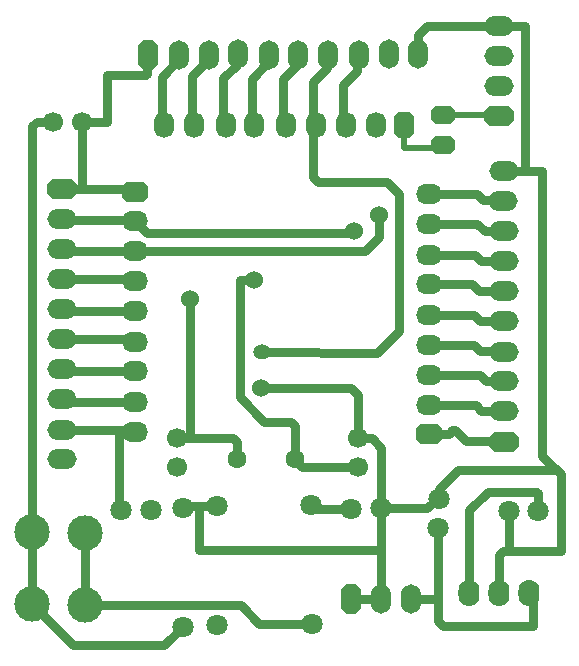
<source format=gbl>
G04 Layer_Physical_Order=2*
G04 Layer_Color=16711680*
%FSLAX25Y25*%
%MOIN*%
G70*
G01*
G75*
%ADD11C,0.02000*%
G04:AMPARAMS|DCode=14|XSize=80mil|YSize=60mil|CornerRadius=0mil|HoleSize=0mil|Usage=FLASHONLY|Rotation=0.000|XOffset=0mil|YOffset=0mil|HoleType=Round|Shape=Octagon|*
%AMOCTAGOND14*
4,1,8,0.04000,-0.01500,0.04000,0.01500,0.02500,0.03000,-0.02500,0.03000,-0.04000,0.01500,-0.04000,-0.01500,-0.02500,-0.03000,0.02500,-0.03000,0.04000,-0.01500,0.0*
%
%ADD14OCTAGOND14*%

%ADD15C,0.06000*%
%ADD16O,0.09843X0.06693*%
G04:AMPARAMS|DCode=17|XSize=66.93mil|YSize=98.43mil|CornerRadius=0mil|HoleSize=0mil|Usage=FLASHONLY|Rotation=90.000|XOffset=0mil|YOffset=0mil|HoleType=Round|Shape=Octagon|*
%AMOCTAGOND17*
4,1,8,-0.04921,-0.01673,-0.04921,0.01673,-0.03248,0.03347,0.03248,0.03347,0.04921,0.01673,0.04921,-0.01673,0.03248,-0.03347,-0.03248,-0.03347,-0.04921,-0.01673,0.0*
%
%ADD17OCTAGOND17*%

%ADD18O,0.06693X0.09843*%
G04:AMPARAMS|DCode=19|XSize=66.93mil|YSize=98.43mil|CornerRadius=0mil|HoleSize=0mil|Usage=FLASHONLY|Rotation=0.000|XOffset=0mil|YOffset=0mil|HoleType=Round|Shape=Octagon|*
%AMOCTAGOND19*
4,1,8,-0.01673,0.04921,0.01673,0.04921,0.03347,0.03248,0.03347,-0.03248,0.01673,-0.04921,-0.01673,-0.04921,-0.03347,-0.03248,-0.03347,0.03248,-0.01673,0.04921,0.0*
%
%ADD19OCTAGOND19*%

%ADD20C,0.11811*%
G04:AMPARAMS|DCode=21|XSize=66.93mil|YSize=86.61mil|CornerRadius=0mil|HoleSize=0mil|Usage=FLASHONLY|Rotation=90.000|XOffset=0mil|YOffset=0mil|HoleType=Round|Shape=Octagon|*
%AMOCTAGOND21*
4,1,8,-0.04331,-0.01673,-0.04331,0.01673,-0.02658,0.03347,0.02658,0.03347,0.04331,0.01673,0.04331,-0.01673,0.02658,-0.03347,-0.02658,-0.03347,-0.04331,-0.01673,0.0*
%
%ADD21OCTAGOND21*%

%ADD22O,0.08661X0.06693*%
%ADD23O,0.06693X0.08661*%
G04:AMPARAMS|DCode=24|XSize=66.93mil|YSize=86.61mil|CornerRadius=0mil|HoleSize=0mil|Usage=FLASHONLY|Rotation=180.000|XOffset=0mil|YOffset=0mil|HoleType=Round|Shape=Octagon|*
%AMOCTAGOND24*
4,1,8,0.01673,-0.04331,-0.01673,-0.04331,-0.03347,-0.02658,-0.03347,0.02658,-0.01673,0.04331,0.01673,0.04331,0.03347,0.02658,0.03347,-0.02658,0.01673,-0.04331,0.0*
%
%ADD24OCTAGOND24*%

%ADD25O,0.06000X0.05000*%
%ADD26C,0.06299*%
%ADD27O,0.07000X0.09000*%
%ADD28C,0.07087*%
%ADD29C,0.06693*%
%ADD30C,0.03150*%
D11*
X520669Y314724D02*
X521614Y315669D01*
X508779Y314724D02*
X520669D01*
X508779D02*
Y322284D01*
X521614Y325669D02*
X540331D01*
D14*
X521614Y315669D02*
D03*
Y325669D02*
D03*
D15*
X461260Y234567D02*
D03*
X437520Y264331D02*
D03*
X458858Y270669D02*
D03*
X492126Y286929D02*
D03*
X500276Y292205D02*
D03*
D16*
X540500Y355500D02*
D03*
Y345500D02*
D03*
Y335500D02*
D03*
X542058Y227000D02*
D03*
X542158Y237000D02*
D03*
X541958Y246800D02*
D03*
X542058Y257000D02*
D03*
X542158Y266900D02*
D03*
Y276900D02*
D03*
X542058Y287000D02*
D03*
X541858Y297100D02*
D03*
X541958Y306900D02*
D03*
X394714Y290913D02*
D03*
X394614Y280913D02*
D03*
X394814Y271113D02*
D03*
X394714Y260913D02*
D03*
X394614Y251013D02*
D03*
Y241013D02*
D03*
X394714Y230913D02*
D03*
X394914Y220813D02*
D03*
X394814Y211013D02*
D03*
D17*
X540500Y325500D02*
D03*
X542058Y216800D02*
D03*
X394714Y301113D02*
D03*
D18*
X511000Y164500D02*
D03*
X501000D02*
D03*
X513515Y345877D02*
D03*
X503715Y345977D02*
D03*
X493615Y345777D02*
D03*
X483515Y345677D02*
D03*
X473515D02*
D03*
X463615Y345777D02*
D03*
X453415Y345877D02*
D03*
X443615Y345677D02*
D03*
X433615Y345777D02*
D03*
D19*
X491000Y164500D02*
D03*
X423415Y345777D02*
D03*
D20*
X384600Y162700D02*
D03*
X402400Y162300D02*
D03*
X384800Y186700D02*
D03*
X402300Y186500D02*
D03*
D21*
X517000Y219500D02*
D03*
X419000Y300000D02*
D03*
D22*
X517000Y229000D02*
D03*
Y239000D02*
D03*
Y249000D02*
D03*
Y259000D02*
D03*
Y269500D02*
D03*
Y279000D02*
D03*
Y289500D02*
D03*
Y299500D02*
D03*
X419000Y290500D02*
D03*
Y280500D02*
D03*
Y270500D02*
D03*
Y260500D02*
D03*
Y250000D02*
D03*
Y240500D02*
D03*
Y230000D02*
D03*
Y220000D02*
D03*
D23*
X428780Y322284D02*
D03*
X438779D02*
D03*
X449279D02*
D03*
X458779D02*
D03*
X469279D02*
D03*
X479280D02*
D03*
X489280D02*
D03*
X499279D02*
D03*
D24*
X508779D02*
D03*
D25*
X461378Y246575D02*
D03*
D26*
X472299Y210890D02*
D03*
X452976Y211000D02*
D03*
D27*
X530500Y166500D02*
D03*
X540500D02*
D03*
X550500D02*
D03*
D28*
X434950Y194850D02*
D03*
X435050Y155150D02*
D03*
X446550Y155650D02*
D03*
X446450Y195350D02*
D03*
X478003Y156055D02*
D03*
X477903Y195756D02*
D03*
X414528Y194134D02*
D03*
X424528D02*
D03*
X501000Y194550D02*
D03*
X491000Y194450D02*
D03*
X543646Y193764D02*
D03*
X553409Y193685D02*
D03*
X520264Y197854D02*
D03*
X520185Y188091D02*
D03*
D29*
X401500Y323488D02*
D03*
X391736D02*
D03*
X433130Y208287D02*
D03*
X433091Y217933D02*
D03*
X493327Y217933D02*
D03*
X493366Y208287D02*
D03*
D30*
X554882Y212071D02*
Y306900D01*
X541958D02*
X554882D01*
X493327Y217933D02*
Y232224D01*
X490984Y234567D02*
X493327Y232224D01*
X461260Y234567D02*
X490984D01*
X413740Y194134D02*
X415197Y192677D01*
X433091Y217933D02*
X437520D01*
X451634D01*
X437520D02*
Y264331D01*
X472299Y210890D02*
Y222031D01*
X471024Y223307D02*
X472299Y222031D01*
X462205Y223307D02*
X471024D01*
X453976Y231535D02*
X462205Y223307D01*
X453976Y231535D02*
Y270669D01*
X458858D01*
X461378Y246575D02*
X499886Y246500D01*
X507165Y253780D01*
Y299449D01*
X503228Y303386D02*
X507165Y299449D01*
X480236Y303386D02*
X503228D01*
X478500Y305122D02*
X480236Y303386D01*
X478500Y305122D02*
Y326000D01*
X500276Y285157D02*
Y292205D01*
X495618Y280500D02*
X500276Y285157D01*
X419000Y280500D02*
X495618D01*
X401732Y301050D02*
X417950D01*
X394714D02*
X401732D01*
X401500Y301282D02*
X401732Y301050D01*
X401500Y301282D02*
Y323488D01*
X473050Y342302D02*
Y345677D01*
X468500Y337752D02*
X473050Y342302D01*
X468500Y322284D02*
Y337752D01*
X483050Y341200D02*
Y345677D01*
X478500Y336650D02*
X483050Y341200D01*
X478500Y326000D02*
Y336650D01*
X493150Y340473D02*
Y345777D01*
X488500Y335823D02*
X493150Y340473D01*
X488500Y326000D02*
Y335823D01*
X452976Y211000D02*
Y216590D01*
X451634Y217933D02*
X452976Y216590D01*
X474902Y208287D02*
X493366D01*
X472299Y210890D02*
X474902Y208287D01*
X413740Y220750D02*
X418250D01*
X394914D02*
X413740D01*
Y194134D02*
Y220750D01*
X418250D02*
X419000Y220000D01*
X394614Y250950D02*
X418050D01*
X418450Y271050D02*
X419000Y270500D01*
X394814Y271050D02*
X418450D01*
X418650Y290850D02*
X419000Y290500D01*
X394714Y290850D02*
X418650D01*
X417950Y301050D02*
X419000Y300000D01*
X386283Y323488D02*
X391736D01*
X402400Y162300D02*
X454275D01*
X428798Y148898D02*
X435050Y155150D01*
X398402Y148898D02*
X428798D01*
X384600Y162700D02*
X398402Y148898D01*
X384600Y162700D02*
X384800Y162900D01*
Y186700D01*
X402300Y186500D02*
X402400Y186400D01*
Y162300D02*
Y186400D01*
X553409Y193685D02*
Y199622D01*
X552874Y200157D02*
X553409Y199622D01*
X536772Y200157D02*
X552874D01*
X530500Y193886D02*
X536772Y200157D01*
X530500Y166500D02*
Y193886D01*
X543646Y180339D02*
Y193764D01*
X541716Y180339D02*
X543646D01*
X540500Y166500D02*
Y179122D01*
X541716Y180339D01*
X534543Y227150D02*
X542058D01*
X532693Y229000D02*
X534543Y227150D01*
X517000Y229000D02*
X532693D01*
X536000Y237150D02*
X542260D01*
X534150Y239000D02*
X536000Y237150D01*
X517000Y239000D02*
X534150D01*
X534231Y246950D02*
X541958D01*
X532181Y249000D02*
X534231Y246950D01*
X517000Y249000D02*
X532181D01*
X534110Y257150D02*
X542058D01*
X532260Y259000D02*
X534110Y257150D01*
X517000Y259000D02*
X532260D01*
X533777Y267050D02*
X542158D01*
X531327Y269500D02*
X533777Y267050D01*
X517000Y269500D02*
X531327D01*
X534289Y277050D02*
X542158D01*
X532339Y279000D02*
X534289Y277050D01*
X517000Y279000D02*
X532339D01*
X535606Y287150D02*
X542058D01*
X533256Y289500D02*
X535606Y287150D01*
X517000Y289500D02*
X533256D01*
X535191Y297250D02*
X541858D01*
X532941Y299500D02*
X535191Y297250D01*
X517000Y299500D02*
X532941D01*
X458000Y326000D02*
Y337764D01*
X463150Y342914D01*
Y345777D01*
X448500Y326000D02*
Y337949D01*
X452950Y342399D01*
Y345877D01*
X438000Y326000D02*
Y338709D01*
X443150Y343859D01*
Y345677D01*
X428000Y326000D02*
Y338433D01*
X433150Y343583D01*
Y345777D01*
X520264Y197854D02*
Y200933D01*
X526850Y207520D01*
X559433D01*
X520185Y157020D02*
X521929Y155276D01*
X551890D01*
Y165110D01*
X550500Y166500D02*
X551890Y165110D01*
X511091Y164409D02*
X520185D01*
X511000Y164500D02*
X511091Y164409D01*
X520185Y157020D02*
Y164409D01*
Y188091D01*
X519626Y197854D02*
X520264D01*
X516322Y194550D02*
X519626Y197854D01*
X501000Y194550D02*
X516322D01*
X491000Y164500D02*
X501000D01*
X491000D02*
Y165300D01*
X446450Y195350D02*
X446929Y194871D01*
X434950Y194850D02*
X435450Y195350D01*
X440472Y180630D02*
X501000D01*
X440433Y180669D02*
X440472Y180630D01*
X440433Y180669D02*
Y195350D01*
X501000Y164500D02*
Y180630D01*
Y194550D01*
X435450Y195350D02*
X440433D01*
X446450D01*
X477950Y195869D02*
X479369Y194450D01*
X491000D01*
X477950Y195869D02*
Y196850D01*
X493327Y217933D02*
X497933D01*
X501063Y214803D01*
Y194613D02*
Y214803D01*
X501000Y194550D02*
X501063Y194613D01*
X422950Y339373D02*
Y345777D01*
X422553Y338976D02*
X422950Y339373D01*
X409842Y338976D02*
X422553D01*
X409842Y323701D02*
Y338976D01*
X409630Y323488D02*
X409842Y323701D01*
X401500Y323488D02*
X409630D01*
X513515Y352515D02*
X516500Y355500D01*
X540500D01*
X549067D01*
X517000Y219500D02*
X523713D01*
X524882Y220669D01*
X525709D01*
X529410Y216968D01*
X419000Y290500D02*
X423161Y286339D01*
X491535D01*
X492126Y286929D01*
X513515Y345877D02*
Y352515D01*
X549067Y307701D02*
Y355500D01*
X529410Y216968D02*
X542039D01*
X542058Y216950D01*
X542260Y237150D02*
X543347Y236063D01*
X384800Y186700D02*
Y322005D01*
X386283Y323488D01*
X394964Y280500D02*
X419000D01*
X394614Y280850D02*
X394964Y280500D01*
X392350Y280850D02*
X394614D01*
X395064Y260500D02*
X419000D01*
X394714Y260850D02*
X395064Y260500D01*
X392450Y260850D02*
X394714D01*
X395064Y240500D02*
X419000D01*
X394614Y240950D02*
X395064Y240500D01*
X392350Y240950D02*
X394614D01*
X395564Y230000D02*
X419000D01*
X394714Y230850D02*
X395564Y230000D01*
X392450Y230850D02*
X394714D01*
X543646Y180339D02*
X560945D01*
Y206008D01*
X554882Y212071D02*
X560945Y206008D01*
X454275Y162300D02*
X460519Y156055D01*
X478003D01*
M02*

</source>
